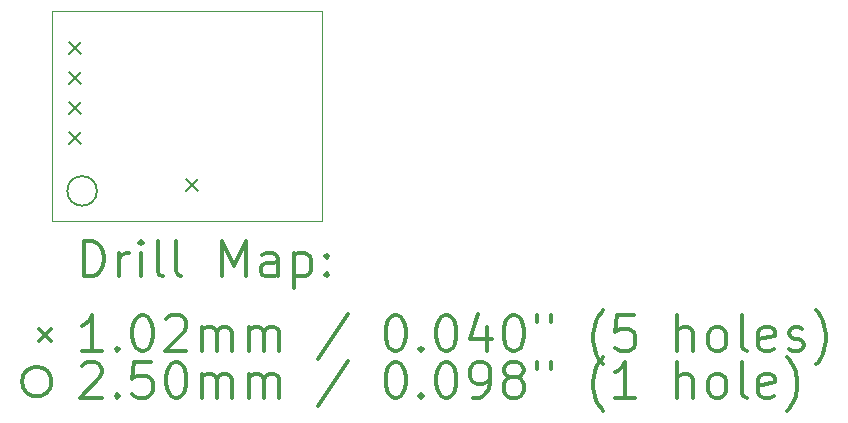
<source format=gbr>
%FSLAX45Y45*%
G04 Gerber Fmt 4.5, Leading zero omitted, Abs format (unit mm)*
G04 Created by KiCad (PCBNEW 4.0.2+dfsg1-stable) date ons 25 jan 2017 10:37:49 CET*
%MOMM*%
G01*
G04 APERTURE LIST*
%ADD10C,0.127000*%
%ADD11C,0.100000*%
%ADD12C,0.200000*%
%ADD13C,0.300000*%
G04 APERTURE END LIST*
D10*
D11*
X2286000Y1778000D02*
X0Y1778000D01*
X2286000Y0D02*
X2286000Y1778000D01*
X0Y0D02*
X2286000Y0D01*
X0Y1778000D02*
X0Y0D01*
D12*
X139700Y1511300D02*
X241300Y1409700D01*
X241300Y1511300D02*
X139700Y1409700D01*
X139700Y1257300D02*
X241300Y1155700D01*
X241300Y1257300D02*
X139700Y1155700D01*
X139700Y1003300D02*
X241300Y901700D01*
X241300Y1003300D02*
X139700Y901700D01*
X139700Y749300D02*
X241300Y647700D01*
X241300Y749300D02*
X139700Y647700D01*
X1130300Y355600D02*
X1231900Y254000D01*
X1231900Y355600D02*
X1130300Y254000D01*
X379000Y254000D02*
G75*
G03X379000Y254000I-125000J0D01*
G01*
D13*
X266429Y-470714D02*
X266429Y-170714D01*
X337857Y-170714D01*
X380714Y-185000D01*
X409286Y-213571D01*
X423571Y-242143D01*
X437857Y-299286D01*
X437857Y-342143D01*
X423571Y-399286D01*
X409286Y-427857D01*
X380714Y-456429D01*
X337857Y-470714D01*
X266429Y-470714D01*
X566429Y-470714D02*
X566429Y-270714D01*
X566429Y-327857D02*
X580714Y-299286D01*
X595000Y-285000D01*
X623571Y-270714D01*
X652143Y-270714D01*
X752143Y-470714D02*
X752143Y-270714D01*
X752143Y-170714D02*
X737857Y-185000D01*
X752143Y-199286D01*
X766428Y-185000D01*
X752143Y-170714D01*
X752143Y-199286D01*
X937857Y-470714D02*
X909286Y-456429D01*
X895000Y-427857D01*
X895000Y-170714D01*
X1095000Y-470714D02*
X1066429Y-456429D01*
X1052143Y-427857D01*
X1052143Y-170714D01*
X1437857Y-470714D02*
X1437857Y-170714D01*
X1537857Y-385000D01*
X1637857Y-170714D01*
X1637857Y-470714D01*
X1909286Y-470714D02*
X1909286Y-313572D01*
X1895000Y-285000D01*
X1866428Y-270714D01*
X1809286Y-270714D01*
X1780714Y-285000D01*
X1909286Y-456429D02*
X1880714Y-470714D01*
X1809286Y-470714D01*
X1780714Y-456429D01*
X1766428Y-427857D01*
X1766428Y-399286D01*
X1780714Y-370714D01*
X1809286Y-356429D01*
X1880714Y-356429D01*
X1909286Y-342143D01*
X2052143Y-270714D02*
X2052143Y-570714D01*
X2052143Y-285000D02*
X2080714Y-270714D01*
X2137857Y-270714D01*
X2166429Y-285000D01*
X2180714Y-299286D01*
X2195000Y-327857D01*
X2195000Y-413571D01*
X2180714Y-442143D01*
X2166429Y-456429D01*
X2137857Y-470714D01*
X2080714Y-470714D01*
X2052143Y-456429D01*
X2323571Y-442143D02*
X2337857Y-456429D01*
X2323571Y-470714D01*
X2309286Y-456429D01*
X2323571Y-442143D01*
X2323571Y-470714D01*
X2323571Y-285000D02*
X2337857Y-299286D01*
X2323571Y-313572D01*
X2309286Y-299286D01*
X2323571Y-285000D01*
X2323571Y-313572D01*
X-106600Y-914200D02*
X-5000Y-1015800D01*
X-5000Y-914200D02*
X-106600Y-1015800D01*
X423571Y-1100714D02*
X252143Y-1100714D01*
X337857Y-1100714D02*
X337857Y-800714D01*
X309286Y-843571D01*
X280714Y-872143D01*
X252143Y-886429D01*
X552143Y-1072143D02*
X566429Y-1086429D01*
X552143Y-1100714D01*
X537857Y-1086429D01*
X552143Y-1072143D01*
X552143Y-1100714D01*
X752143Y-800714D02*
X780714Y-800714D01*
X809286Y-815000D01*
X823571Y-829286D01*
X837857Y-857857D01*
X852143Y-915000D01*
X852143Y-986429D01*
X837857Y-1043571D01*
X823571Y-1072143D01*
X809286Y-1086429D01*
X780714Y-1100714D01*
X752143Y-1100714D01*
X723571Y-1086429D01*
X709286Y-1072143D01*
X695000Y-1043571D01*
X680714Y-986429D01*
X680714Y-915000D01*
X695000Y-857857D01*
X709286Y-829286D01*
X723571Y-815000D01*
X752143Y-800714D01*
X966428Y-829286D02*
X980714Y-815000D01*
X1009286Y-800714D01*
X1080714Y-800714D01*
X1109286Y-815000D01*
X1123571Y-829286D01*
X1137857Y-857857D01*
X1137857Y-886429D01*
X1123571Y-929286D01*
X952143Y-1100714D01*
X1137857Y-1100714D01*
X1266429Y-1100714D02*
X1266429Y-900714D01*
X1266429Y-929286D02*
X1280714Y-915000D01*
X1309286Y-900714D01*
X1352143Y-900714D01*
X1380714Y-915000D01*
X1395000Y-943571D01*
X1395000Y-1100714D01*
X1395000Y-943571D02*
X1409286Y-915000D01*
X1437857Y-900714D01*
X1480714Y-900714D01*
X1509286Y-915000D01*
X1523571Y-943571D01*
X1523571Y-1100714D01*
X1666428Y-1100714D02*
X1666428Y-900714D01*
X1666428Y-929286D02*
X1680714Y-915000D01*
X1709286Y-900714D01*
X1752143Y-900714D01*
X1780714Y-915000D01*
X1795000Y-943571D01*
X1795000Y-1100714D01*
X1795000Y-943571D02*
X1809286Y-915000D01*
X1837857Y-900714D01*
X1880714Y-900714D01*
X1909286Y-915000D01*
X1923571Y-943571D01*
X1923571Y-1100714D01*
X2509286Y-786429D02*
X2252143Y-1172143D01*
X2895000Y-800714D02*
X2923571Y-800714D01*
X2952143Y-815000D01*
X2966428Y-829286D01*
X2980714Y-857857D01*
X2995000Y-915000D01*
X2995000Y-986429D01*
X2980714Y-1043571D01*
X2966428Y-1072143D01*
X2952143Y-1086429D01*
X2923571Y-1100714D01*
X2895000Y-1100714D01*
X2866428Y-1086429D01*
X2852143Y-1072143D01*
X2837857Y-1043571D01*
X2823571Y-986429D01*
X2823571Y-915000D01*
X2837857Y-857857D01*
X2852143Y-829286D01*
X2866428Y-815000D01*
X2895000Y-800714D01*
X3123571Y-1072143D02*
X3137857Y-1086429D01*
X3123571Y-1100714D01*
X3109286Y-1086429D01*
X3123571Y-1072143D01*
X3123571Y-1100714D01*
X3323571Y-800714D02*
X3352143Y-800714D01*
X3380714Y-815000D01*
X3395000Y-829286D01*
X3409285Y-857857D01*
X3423571Y-915000D01*
X3423571Y-986429D01*
X3409285Y-1043571D01*
X3395000Y-1072143D01*
X3380714Y-1086429D01*
X3352143Y-1100714D01*
X3323571Y-1100714D01*
X3295000Y-1086429D01*
X3280714Y-1072143D01*
X3266428Y-1043571D01*
X3252143Y-986429D01*
X3252143Y-915000D01*
X3266428Y-857857D01*
X3280714Y-829286D01*
X3295000Y-815000D01*
X3323571Y-800714D01*
X3680714Y-900714D02*
X3680714Y-1100714D01*
X3609285Y-786429D02*
X3537857Y-1000714D01*
X3723571Y-1000714D01*
X3895000Y-800714D02*
X3923571Y-800714D01*
X3952143Y-815000D01*
X3966428Y-829286D01*
X3980714Y-857857D01*
X3995000Y-915000D01*
X3995000Y-986429D01*
X3980714Y-1043571D01*
X3966428Y-1072143D01*
X3952143Y-1086429D01*
X3923571Y-1100714D01*
X3895000Y-1100714D01*
X3866428Y-1086429D01*
X3852143Y-1072143D01*
X3837857Y-1043571D01*
X3823571Y-986429D01*
X3823571Y-915000D01*
X3837857Y-857857D01*
X3852143Y-829286D01*
X3866428Y-815000D01*
X3895000Y-800714D01*
X4109286Y-800714D02*
X4109286Y-857857D01*
X4223571Y-800714D02*
X4223571Y-857857D01*
X4666428Y-1215000D02*
X4652143Y-1200714D01*
X4623571Y-1157857D01*
X4609286Y-1129286D01*
X4595000Y-1086429D01*
X4580714Y-1015000D01*
X4580714Y-957857D01*
X4595000Y-886429D01*
X4609286Y-843571D01*
X4623571Y-815000D01*
X4652143Y-772143D01*
X4666428Y-757857D01*
X4923571Y-800714D02*
X4780714Y-800714D01*
X4766428Y-943571D01*
X4780714Y-929286D01*
X4809286Y-915000D01*
X4880714Y-915000D01*
X4909286Y-929286D01*
X4923571Y-943571D01*
X4937857Y-972143D01*
X4937857Y-1043571D01*
X4923571Y-1072143D01*
X4909286Y-1086429D01*
X4880714Y-1100714D01*
X4809286Y-1100714D01*
X4780714Y-1086429D01*
X4766428Y-1072143D01*
X5295000Y-1100714D02*
X5295000Y-800714D01*
X5423571Y-1100714D02*
X5423571Y-943571D01*
X5409286Y-915000D01*
X5380714Y-900714D01*
X5337857Y-900714D01*
X5309286Y-915000D01*
X5295000Y-929286D01*
X5609285Y-1100714D02*
X5580714Y-1086429D01*
X5566428Y-1072143D01*
X5552143Y-1043571D01*
X5552143Y-957857D01*
X5566428Y-929286D01*
X5580714Y-915000D01*
X5609285Y-900714D01*
X5652143Y-900714D01*
X5680714Y-915000D01*
X5695000Y-929286D01*
X5709285Y-957857D01*
X5709285Y-1043571D01*
X5695000Y-1072143D01*
X5680714Y-1086429D01*
X5652143Y-1100714D01*
X5609285Y-1100714D01*
X5880714Y-1100714D02*
X5852143Y-1086429D01*
X5837857Y-1057857D01*
X5837857Y-800714D01*
X6109286Y-1086429D02*
X6080714Y-1100714D01*
X6023571Y-1100714D01*
X5995000Y-1086429D01*
X5980714Y-1057857D01*
X5980714Y-943571D01*
X5995000Y-915000D01*
X6023571Y-900714D01*
X6080714Y-900714D01*
X6109286Y-915000D01*
X6123571Y-943571D01*
X6123571Y-972143D01*
X5980714Y-1000714D01*
X6237857Y-1086429D02*
X6266428Y-1100714D01*
X6323571Y-1100714D01*
X6352143Y-1086429D01*
X6366428Y-1057857D01*
X6366428Y-1043571D01*
X6352143Y-1015000D01*
X6323571Y-1000714D01*
X6280714Y-1000714D01*
X6252143Y-986429D01*
X6237857Y-957857D01*
X6237857Y-943571D01*
X6252143Y-915000D01*
X6280714Y-900714D01*
X6323571Y-900714D01*
X6352143Y-915000D01*
X6466428Y-1215000D02*
X6480714Y-1200714D01*
X6509286Y-1157857D01*
X6523571Y-1129286D01*
X6537857Y-1086429D01*
X6552143Y-1015000D01*
X6552143Y-957857D01*
X6537857Y-886429D01*
X6523571Y-843571D01*
X6509286Y-815000D01*
X6480714Y-772143D01*
X6466428Y-757857D01*
X-5000Y-1361000D02*
G75*
G03X-5000Y-1361000I-125000J0D01*
G01*
X252143Y-1225286D02*
X266429Y-1211000D01*
X295000Y-1196714D01*
X366428Y-1196714D01*
X395000Y-1211000D01*
X409286Y-1225286D01*
X423571Y-1253857D01*
X423571Y-1282429D01*
X409286Y-1325286D01*
X237857Y-1496714D01*
X423571Y-1496714D01*
X552143Y-1468143D02*
X566429Y-1482429D01*
X552143Y-1496714D01*
X537857Y-1482429D01*
X552143Y-1468143D01*
X552143Y-1496714D01*
X837857Y-1196714D02*
X695000Y-1196714D01*
X680714Y-1339572D01*
X695000Y-1325286D01*
X723571Y-1311000D01*
X795000Y-1311000D01*
X823571Y-1325286D01*
X837857Y-1339572D01*
X852143Y-1368143D01*
X852143Y-1439571D01*
X837857Y-1468143D01*
X823571Y-1482429D01*
X795000Y-1496714D01*
X723571Y-1496714D01*
X695000Y-1482429D01*
X680714Y-1468143D01*
X1037857Y-1196714D02*
X1066429Y-1196714D01*
X1095000Y-1211000D01*
X1109286Y-1225286D01*
X1123571Y-1253857D01*
X1137857Y-1311000D01*
X1137857Y-1382429D01*
X1123571Y-1439571D01*
X1109286Y-1468143D01*
X1095000Y-1482429D01*
X1066429Y-1496714D01*
X1037857Y-1496714D01*
X1009286Y-1482429D01*
X995000Y-1468143D01*
X980714Y-1439571D01*
X966428Y-1382429D01*
X966428Y-1311000D01*
X980714Y-1253857D01*
X995000Y-1225286D01*
X1009286Y-1211000D01*
X1037857Y-1196714D01*
X1266429Y-1496714D02*
X1266429Y-1296714D01*
X1266429Y-1325286D02*
X1280714Y-1311000D01*
X1309286Y-1296714D01*
X1352143Y-1296714D01*
X1380714Y-1311000D01*
X1395000Y-1339572D01*
X1395000Y-1496714D01*
X1395000Y-1339572D02*
X1409286Y-1311000D01*
X1437857Y-1296714D01*
X1480714Y-1296714D01*
X1509286Y-1311000D01*
X1523571Y-1339572D01*
X1523571Y-1496714D01*
X1666428Y-1496714D02*
X1666428Y-1296714D01*
X1666428Y-1325286D02*
X1680714Y-1311000D01*
X1709286Y-1296714D01*
X1752143Y-1296714D01*
X1780714Y-1311000D01*
X1795000Y-1339572D01*
X1795000Y-1496714D01*
X1795000Y-1339572D02*
X1809286Y-1311000D01*
X1837857Y-1296714D01*
X1880714Y-1296714D01*
X1909286Y-1311000D01*
X1923571Y-1339572D01*
X1923571Y-1496714D01*
X2509286Y-1182429D02*
X2252143Y-1568143D01*
X2895000Y-1196714D02*
X2923571Y-1196714D01*
X2952143Y-1211000D01*
X2966428Y-1225286D01*
X2980714Y-1253857D01*
X2995000Y-1311000D01*
X2995000Y-1382429D01*
X2980714Y-1439571D01*
X2966428Y-1468143D01*
X2952143Y-1482429D01*
X2923571Y-1496714D01*
X2895000Y-1496714D01*
X2866428Y-1482429D01*
X2852143Y-1468143D01*
X2837857Y-1439571D01*
X2823571Y-1382429D01*
X2823571Y-1311000D01*
X2837857Y-1253857D01*
X2852143Y-1225286D01*
X2866428Y-1211000D01*
X2895000Y-1196714D01*
X3123571Y-1468143D02*
X3137857Y-1482429D01*
X3123571Y-1496714D01*
X3109286Y-1482429D01*
X3123571Y-1468143D01*
X3123571Y-1496714D01*
X3323571Y-1196714D02*
X3352143Y-1196714D01*
X3380714Y-1211000D01*
X3395000Y-1225286D01*
X3409285Y-1253857D01*
X3423571Y-1311000D01*
X3423571Y-1382429D01*
X3409285Y-1439571D01*
X3395000Y-1468143D01*
X3380714Y-1482429D01*
X3352143Y-1496714D01*
X3323571Y-1496714D01*
X3295000Y-1482429D01*
X3280714Y-1468143D01*
X3266428Y-1439571D01*
X3252143Y-1382429D01*
X3252143Y-1311000D01*
X3266428Y-1253857D01*
X3280714Y-1225286D01*
X3295000Y-1211000D01*
X3323571Y-1196714D01*
X3566428Y-1496714D02*
X3623571Y-1496714D01*
X3652143Y-1482429D01*
X3666428Y-1468143D01*
X3695000Y-1425286D01*
X3709285Y-1368143D01*
X3709285Y-1253857D01*
X3695000Y-1225286D01*
X3680714Y-1211000D01*
X3652143Y-1196714D01*
X3595000Y-1196714D01*
X3566428Y-1211000D01*
X3552143Y-1225286D01*
X3537857Y-1253857D01*
X3537857Y-1325286D01*
X3552143Y-1353857D01*
X3566428Y-1368143D01*
X3595000Y-1382429D01*
X3652143Y-1382429D01*
X3680714Y-1368143D01*
X3695000Y-1353857D01*
X3709285Y-1325286D01*
X3880714Y-1325286D02*
X3852143Y-1311000D01*
X3837857Y-1296714D01*
X3823571Y-1268143D01*
X3823571Y-1253857D01*
X3837857Y-1225286D01*
X3852143Y-1211000D01*
X3880714Y-1196714D01*
X3937857Y-1196714D01*
X3966428Y-1211000D01*
X3980714Y-1225286D01*
X3995000Y-1253857D01*
X3995000Y-1268143D01*
X3980714Y-1296714D01*
X3966428Y-1311000D01*
X3937857Y-1325286D01*
X3880714Y-1325286D01*
X3852143Y-1339572D01*
X3837857Y-1353857D01*
X3823571Y-1382429D01*
X3823571Y-1439571D01*
X3837857Y-1468143D01*
X3852143Y-1482429D01*
X3880714Y-1496714D01*
X3937857Y-1496714D01*
X3966428Y-1482429D01*
X3980714Y-1468143D01*
X3995000Y-1439571D01*
X3995000Y-1382429D01*
X3980714Y-1353857D01*
X3966428Y-1339572D01*
X3937857Y-1325286D01*
X4109286Y-1196714D02*
X4109286Y-1253857D01*
X4223571Y-1196714D02*
X4223571Y-1253857D01*
X4666428Y-1611000D02*
X4652143Y-1596714D01*
X4623571Y-1553857D01*
X4609286Y-1525286D01*
X4595000Y-1482429D01*
X4580714Y-1411000D01*
X4580714Y-1353857D01*
X4595000Y-1282429D01*
X4609286Y-1239572D01*
X4623571Y-1211000D01*
X4652143Y-1168143D01*
X4666428Y-1153857D01*
X4937857Y-1496714D02*
X4766428Y-1496714D01*
X4852143Y-1496714D02*
X4852143Y-1196714D01*
X4823571Y-1239572D01*
X4795000Y-1268143D01*
X4766428Y-1282429D01*
X5295000Y-1496714D02*
X5295000Y-1196714D01*
X5423571Y-1496714D02*
X5423571Y-1339572D01*
X5409286Y-1311000D01*
X5380714Y-1296714D01*
X5337857Y-1296714D01*
X5309286Y-1311000D01*
X5295000Y-1325286D01*
X5609285Y-1496714D02*
X5580714Y-1482429D01*
X5566428Y-1468143D01*
X5552143Y-1439571D01*
X5552143Y-1353857D01*
X5566428Y-1325286D01*
X5580714Y-1311000D01*
X5609285Y-1296714D01*
X5652143Y-1296714D01*
X5680714Y-1311000D01*
X5695000Y-1325286D01*
X5709285Y-1353857D01*
X5709285Y-1439571D01*
X5695000Y-1468143D01*
X5680714Y-1482429D01*
X5652143Y-1496714D01*
X5609285Y-1496714D01*
X5880714Y-1496714D02*
X5852143Y-1482429D01*
X5837857Y-1453857D01*
X5837857Y-1196714D01*
X6109286Y-1482429D02*
X6080714Y-1496714D01*
X6023571Y-1496714D01*
X5995000Y-1482429D01*
X5980714Y-1453857D01*
X5980714Y-1339572D01*
X5995000Y-1311000D01*
X6023571Y-1296714D01*
X6080714Y-1296714D01*
X6109286Y-1311000D01*
X6123571Y-1339572D01*
X6123571Y-1368143D01*
X5980714Y-1396714D01*
X6223571Y-1611000D02*
X6237857Y-1596714D01*
X6266428Y-1553857D01*
X6280714Y-1525286D01*
X6295000Y-1482429D01*
X6309286Y-1411000D01*
X6309286Y-1353857D01*
X6295000Y-1282429D01*
X6280714Y-1239572D01*
X6266428Y-1211000D01*
X6237857Y-1168143D01*
X6223571Y-1153857D01*
M02*

</source>
